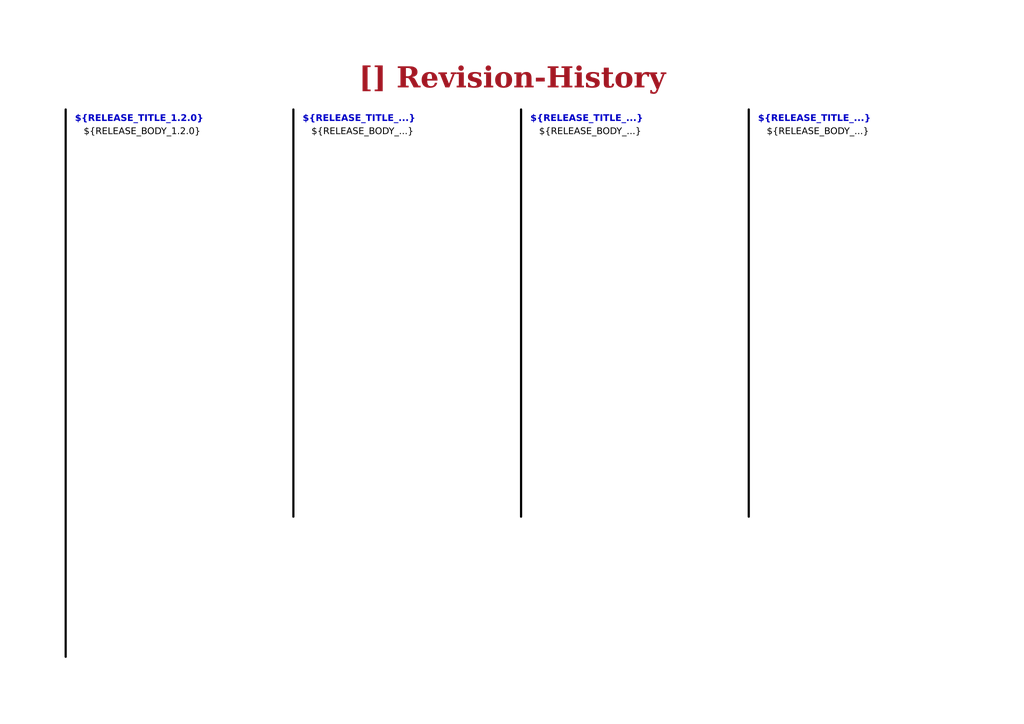
<source format=kicad_sch>
(kicad_sch
	(version 20250114)
	(generator "eeschema")
	(generator_version "9.0")
	(uuid "ea8c4f5e-7a49-4faf-a994-dbc85ed86b0a")
	(paper "A4")
	(title_block
		(title "Revision-History")
		(date "2025-07-13")
		(rev "${REVISION}")
		(company "${COMPANY}")
	)
	(lib_symbols)
	(text_box "${RELEASE_BODY_...}"
		(exclude_from_sim no)
		(at 220.98 35.56 0)
		(size 58.42 111.76)
		(margins 1.4287 1.4287 1.4287 1.4287)
		(stroke
			(width -0.0001)
			(type solid)
		)
		(fill
			(type none)
		)
		(effects
			(font
				(face "Arial")
				(size 1.905 1.905)
				(color 0 0 0 1)
			)
			(justify left top)
		)
		(uuid "0c062e2b-2be1-4307-b752-045c211787f4")
	)
	(text_box "[${#}] ${TITLE}"
		(exclude_from_sim no)
		(at 80.01 16.51 0)
		(size 137.16 12.7)
		(margins 4.4999 4.4999 4.4999 4.4999)
		(stroke
			(width -0.0001)
			(type default)
		)
		(fill
			(type none)
		)
		(effects
			(font
				(face "Times New Roman")
				(size 6 6)
				(thickness 1.2)
				(bold yes)
				(color 162 22 34 1)
			)
		)
		(uuid "20a0a094-ac98-46df-bdac-21d5721f7697")
	)
	(text_box "${RELEASE_BODY_1.2.0}"
		(exclude_from_sim no)
		(at 22.86 35.56 0)
		(size 58.42 146.05)
		(margins 1.4287 1.4287 1.4287 1.4287)
		(stroke
			(width -0.0001)
			(type solid)
		)
		(fill
			(type none)
		)
		(effects
			(font
				(face "Arial")
				(size 1.905 1.905)
				(color 0 0 0 1)
			)
			(justify left top)
		)
		(uuid "212b625e-4169-46f2-a2fc-afc6cbef07cd")
	)
	(text_box "${RELEASE_TITLE_...}"
		(exclude_from_sim no)
		(at 152.4 31.75 0)
		(size 57.15 7.62)
		(margins 1.4287 1.4287 1.4287 1.4287)
		(stroke
			(width -0.0001)
			(type solid)
		)
		(fill
			(type none)
		)
		(effects
			(font
				(face "Arial")
				(size 1.905 1.905)
				(thickness 0.254)
				(bold yes)
			)
			(justify left top)
		)
		(uuid "61447e65-3862-4ca7-a61e-5d8506cb38bb")
	)
	(text_box "${RELEASE_BODY_...}"
		(exclude_from_sim no)
		(at 154.94 35.56 0)
		(size 58.42 111.76)
		(margins 1.4287 1.4287 1.4287 1.4287)
		(stroke
			(width -0.0001)
			(type solid)
		)
		(fill
			(type none)
		)
		(effects
			(font
				(face "Arial")
				(size 1.905 1.905)
				(color 0 0 0 1)
			)
			(justify left top)
		)
		(uuid "8ad0acb7-8a2e-40a2-87c7-888a93359ccd")
	)
	(text_box "${RELEASE_BODY_...}"
		(exclude_from_sim no)
		(at 88.9 35.56 0)
		(size 57.15 105.41)
		(margins 1.4287 1.4287 1.4287 1.4287)
		(stroke
			(width -0.0001)
			(type solid)
		)
		(fill
			(type none)
		)
		(effects
			(font
				(face "Arial")
				(size 1.905 1.905)
				(color 0 0 0 1)
			)
			(justify left top)
		)
		(uuid "9af8400a-3034-4071-a364-608020db49d5")
	)
	(text_box "${RELEASE_TITLE_1.2.0}"
		(exclude_from_sim no)
		(at 20.32 31.75 0)
		(size 57.15 7.62)
		(margins 1.4287 1.4287 1.4287 1.4287)
		(stroke
			(width -0.0001)
			(type solid)
		)
		(fill
			(type none)
		)
		(effects
			(font
				(face "Arial")
				(size 1.905 1.905)
				(thickness 0.254)
				(bold yes)
			)
			(justify left top)
		)
		(uuid "d183a6b7-e8a2-46ec-8c3c-ec3041423bc1")
	)
	(text_box "${RELEASE_TITLE_...}"
		(exclude_from_sim no)
		(at 86.36 31.75 0)
		(size 57.15 7.62)
		(margins 1.4287 1.4287 1.4287 1.4287)
		(stroke
			(width -0.0001)
			(type solid)
		)
		(fill
			(type none)
		)
		(effects
			(font
				(face "Arial")
				(size 1.905 1.905)
				(thickness 0.254)
				(bold yes)
			)
			(justify left top)
		)
		(uuid "ed7f1ff6-56f6-4427-ab7f-2ffe27717c3d")
	)
	(text_box "${RELEASE_TITLE_...}"
		(exclude_from_sim no)
		(at 218.44 31.75 0)
		(size 57.15 7.62)
		(margins 1.4287 1.4287 1.4287 1.4287)
		(stroke
			(width -0.0001)
			(type solid)
		)
		(fill
			(type none)
		)
		(effects
			(font
				(face "Arial")
				(size 1.905 1.905)
				(thickness 0.254)
				(bold yes)
			)
			(justify left top)
		)
		(uuid "f47af890-f55a-44bf-b54f-b7df3adde008")
	)
	(polyline
		(pts
			(xy 85.09 31.75) (xy 85.09 149.86)
		)
		(stroke
			(width 0.635)
			(type default)
			(color 0 0 0 1)
		)
		(uuid "5f29c90a-4bd5-401c-a0f6-a99df09914f4")
	)
	(polyline
		(pts
			(xy 151.13 31.75) (xy 151.13 149.86)
		)
		(stroke
			(width 0.635)
			(type default)
			(color 0 0 0 1)
		)
		(uuid "a6b610d4-f09b-4d6e-ac67-0bb3d0e09fbe")
	)
	(polyline
		(pts
			(xy 19.05 31.75) (xy 19.05 190.5)
		)
		(stroke
			(width 0.635)
			(type default)
			(color 0 0 0 1)
		)
		(uuid "d98bd22a-837a-4b14-b8b1-ecc667696c58")
	)
	(polyline
		(pts
			(xy 217.17 31.75) (xy 217.17 149.86)
		)
		(stroke
			(width 0.635)
			(type default)
			(color 0 0 0 1)
		)
		(uuid "fe21cbb6-f53c-41a1-bc1c-520e82f71f78")
	)
)

</source>
